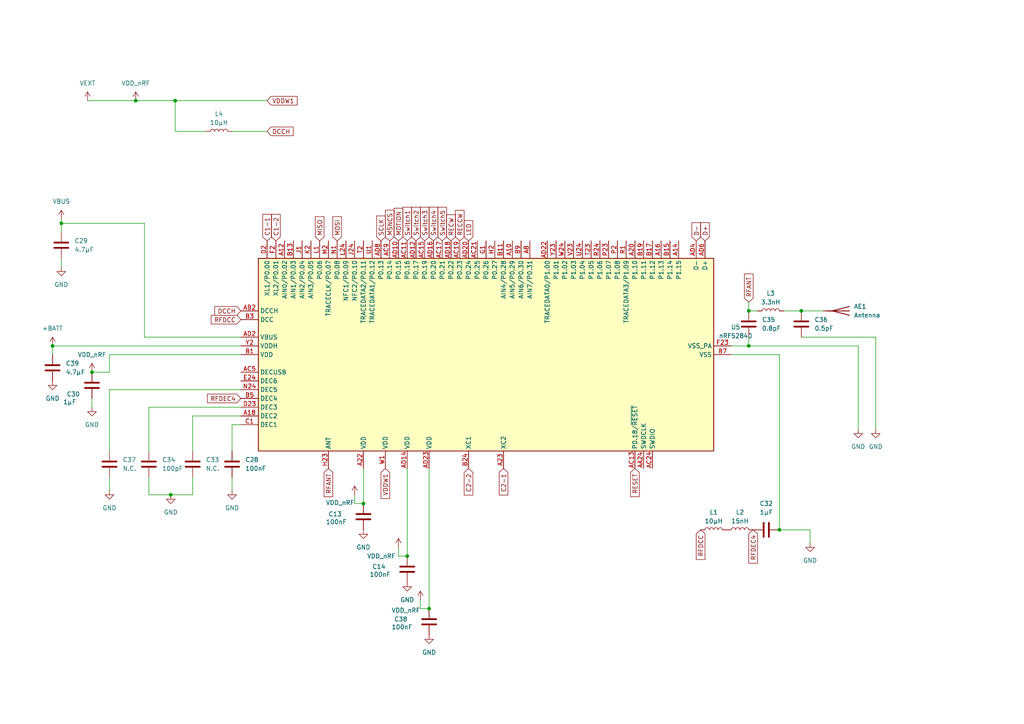
<source format=kicad_sch>
(kicad_sch (version 20250114) (generator "eeschema") (generator_version "9.0")
  (paper "A4")
  (lib_symbols
    (symbol "Custom:nRF52840"
      (property "Reference" "U5" (at 7.9854 -72.39 90))
      (property "Value" "nRF52840" (at 5.4454 -72.39 90))
      (symbol "nRF52840_0_1"
        (rectangle (start -27.94 66.04) (end 27.94 -66.04) (stroke (width 0.254)) (fill (type background)))
      )
      (symbol "nRF52840_1_1"
        (pin passive line (at -33.02 45.72 0) (length 5.08) (name "ANT") (number "H23"))
        (pin power_in line (at -33.02 35.56 0) (length 5.08) (name "VDD") (number "A22"))
        (pin power_in line (at -33.02 29.21 0) (length 5.08) (name "VDD") (number "W1"))
        (pin power_in line (at -33.02 22.86 0) (length 5.08) (name "VDD") (number "AD14"))
        (pin power_in line (at -33.02 16.51 0) (length 5.08) (name "VDD") (number "AD23"))
        (pin input line (at -33.02 5.08 0) (length 5.08) (name "XC1") (number "B24"))
        (pin input line (at -33.02 -5.08 0) (length 5.08) (name "XC2") (number "A23"))
        (pin bidirectional line (at -33.02 -43.18 0) (length 5.08) (name "P0.18/~{RESET}") (number "AC13"))
        (pin input line (at -33.02 -45.72 0) (length 5.08) (name "SWDCLK") (number "AA24"))
        (pin bidirectional line (at -33.02 -48.26 0) (length 5.08) (name "SWDIO") (number "AC24"))
        (pin passive line (at -20.32 71.12 270) (length 5.08) (name "DEC1") (number "C1"))
        (pin passive line (at -17.78 71.12 270) (length 5.08) (name "DEC2") (number "A18"))
        (pin passive line (at -15.24 71.12 270) (length 5.08) (name "DEC3") (number "D23"))
        (pin passive line (at -12.7 71.12 270) (length 5.08) (name "DEC4") (number "B5"))
        (pin passive line (at -10.16 71.12 270) (length 5.08) (name "DEC5") (number "N24"))
        (pin passive line (at -7.62 71.12 270) (length 5.08) (name "DEC6") (number "E24"))
        (pin passive line (at -5.08 71.12 270) (length 5.08) (name "DECUSB") (number "AC5"))
        (pin power_in line (at 0 71.12 270) (length 5.08) (name "VDD") (number "B1"))
        (pin power_in line (at 0 -71.12 90) (length 5.08) (name "VSS") (number "B7"))
        (pin passive line (at 0 -71.12 90) (length 5.08) (hide yes) (name "VSS") (number "EP"))
        (pin power_in line (at 2.54 71.12 270) (length 5.08) (name "VDDH") (number "Y2"))
        (pin power_in line (at 2.54 -71.12 90) (length 5.08) (name "VSS_PA") (number "F23"))
        (pin power_in line (at 5.08 71.12 270) (length 5.08) (name "VBUS") (number "AD2"))
        (pin power_out line (at 10.16 71.12 270) (length 5.08) (name "DCC") (number "B3"))
        (pin power_out line (at 12.7 71.12 270) (length 5.08) (name "DCCH") (number "AB2"))
        (pin bidirectional line (at 33.02 63.5 180) (length 5.08) (name "XL1/P0.00") (number "D2"))
        (pin bidirectional line (at 33.02 60.96 180) (length 5.08) (name "XL2/P0.01") (number "F2"))
        (pin bidirectional line (at 33.02 58.42 180) (length 5.08) (name "AIN0/P0.02") (number "A12"))
        (pin bidirectional line (at 33.02 55.88 180) (length 5.08) (name "AIN1/P0.03") (number "B13"))
        (pin bidirectional line (at 33.02 53.34 180) (length 5.08) (name "AIN2/P0.04") (number "J1"))
        (pin bidirectional line (at 33.02 50.8 180) (length 5.08) (name "AIN3/P0.05") (number "K2"))
        (pin bidirectional line (at 33.02 48.26 180) (length 5.08) (name "P0.06") (number "L1"))
        (pin bidirectional line (at 33.02 45.72 180) (length 5.08) (name "TRACECLK/P0.07") (number "M2"))
        (pin bidirectional line (at 33.02 43.18 180) (length 5.08) (name "P0.08") (number "N1"))
        (pin bidirectional line (at 33.02 40.64 180) (length 5.08) (name "NFC1/P0.09") (number "L24"))
        (pin bidirectional line (at 33.02 38.1 180) (length 5.08) (name "NFC2/P0.10") (number "J24"))
        (pin bidirectional line (at 33.02 35.56 180) (length 5.08) (name "TRACEDATA2/P0.11") (number "T2"))
        (pin bidirectional line (at 33.02 33.02 180) (length 5.08) (name "TRACEDATA1/P0.12") (number "U1"))
        (pin bidirectional line (at 33.02 30.48 180) (length 5.08) (name "P0.13") (number "AD8"))
        (pin bidirectional line (at 33.02 27.94 180) (length 5.08) (name "P0.14") (number "AC9"))
        (pin bidirectional line (at 33.02 25.4 180) (length 5.08) (name "P0.15") (number "AD10"))
        (pin bidirectional line (at 33.02 22.86 180) (length 5.08) (name "P0.16") (number "AC11"))
        (pin bidirectional line (at 33.02 20.32 180) (length 5.08) (name "P0.17") (number "AD12"))
        (pin bidirectional line (at 33.02 17.78 180) (length 5.08) (name "P0.19") (number "AC15"))
        (pin bidirectional line (at 33.02 15.24 180) (length 5.08) (name "P0.20") (number "AD16"))
        (pin bidirectional line (at 33.02 12.7 180) (length 5.08) (name "P0.21") (number "AC17"))
        (pin bidirectional line (at 33.02 10.16 180) (length 5.08) (name "P0.22") (number "AD18"))
        (pin bidirectional line (at 33.02 7.62 180) (length 5.08) (name "P0.23") (number "AC19"))
        (pin bidirectional line (at 33.02 5.08 180) (length 5.08) (name "P0.24") (number "AD20"))
        (pin bidirectional line (at 33.02 2.54 180) (length 5.08) (name "P0.25") (number "AC21"))
        (pin bidirectional line (at 33.02 0 180) (length 5.08) (name "P0.26") (number "G1"))
        (pin bidirectional line (at 33.02 -2.54 180) (length 5.08) (name "P0.27") (number "H2"))
        (pin bidirectional line (at 33.02 -5.08 180) (length 5.08) (name "AIN4/P0.28") (number "B11"))
        (pin bidirectional line (at 33.02 -7.62 180) (length 5.08) (name "AIN5/P0.29") (number "A10"))
        (pin bidirectional line (at 33.02 -10.16 180) (length 5.08) (name "AIN6/P0.30") (number "B9"))
        (pin bidirectional line (at 33.02 -12.7 180) (length 5.08) (name "AIN7/P0.31") (number "A8"))
        (pin bidirectional line (at 33.02 -17.78 180) (length 5.08) (name "TRACEDATA0/P1.00") (number "AD22"))
        (pin bidirectional line (at 33.02 -20.32 180) (length 5.08) (name "P1.01") (number "Y23"))
        (pin bidirectional line (at 33.02 -22.86 180) (length 5.08) (name "P1.02") (number "W24"))
        (pin bidirectional line (at 33.02 -25.4 180) (length 5.08) (name "P1.03") (number "V23"))
        (pin bidirectional line (at 33.02 -27.94 180) (length 5.08) (name "P1.04") (number "U24"))
        (pin bidirectional line (at 33.02 -30.48 180) (length 5.08) (name "P1.05") (number "T23"))
        (pin bidirectional line (at 33.02 -33.02 180) (length 5.08) (name "P1.06") (number "R24"))
        (pin bidirectional line (at 33.02 -35.56 180) (length 5.08) (name "P1.07") (number "P23"))
        (pin bidirectional line (at 33.02 -38.1 180) (length 5.08) (name "P1.08") (number "P2"))
        (pin bidirectional line (at 33.02 -40.64 180) (length 5.08) (name "TRACEDATA3/P1.09") (number "R1"))
        (pin bidirectional line (at 33.02 -43.18 180) (length 5.08) (name "P1.10") (number "A20"))
        (pin bidirectional line (at 33.02 -45.72 180) (length 5.08) (name "P1.11") (number "B19"))
        (pin bidirectional line (at 33.02 -48.26 180) (length 5.08) (name "P1.12") (number "B17"))
        (pin bidirectional line (at 33.02 -50.8 180) (length 5.08) (name "P1.13") (number "A16"))
        (pin bidirectional line (at 33.02 -53.34 180) (length 5.08) (name "P1.14") (number "B15"))
        (pin bidirectional line (at 33.02 -55.88 180) (length 5.08) (name "P1.15") (number "A14"))
        (pin bidirectional line (at 33.02 -60.96 180) (length 5.08) (name "D-") (number "AD4"))
        (pin bidirectional line (at 33.02 -63.5 180) (length 5.08) (name "D+") (number "AD6"))
      )
    )
    (symbol "Device:Antenna" (pin_numbers (hide yes)) (pin_names (offset 1.016) (hide yes))
      (property "Reference" "AE" (at -1.905 1.905 0))
      (property "Value" "Antenna" (at -1.905 0 0))
      (symbol "Antenna_0_1"
        (polyline (pts (xy 0 2.54) (xy 0 -3.81)) (stroke (width 0.254)))
        (polyline (pts (xy 1.27 2.54) (xy 0 -2.54) (xy -1.27 2.54)) (stroke (width 0.254)))
      )
      (symbol "Antenna_1_1"
        (pin input line (at 0 -5.08 90) (length 2.54) (name "A") (number "1"))
      )
    )
    (symbol "Device:C" (pin_numbers (hide yes)) (pin_names (offset 0.254))
      (property "Reference" "C" (at 0.635 2.54 0))
      (property "Value" "C" (at 0.635 -2.54 0))
      (symbol "C_0_1"
        (polyline (pts (xy -2.032 0.762) (xy 2.032 0.762)) (stroke (width 0.508)))
        (polyline (pts (xy -2.032 -0.762) (xy 2.032 -0.762)) (stroke (width 0.508)))
      )
      (symbol "C_1_1"
        (pin passive line (at 0 3.81 270) (length 2.794) (name "~") (number "1"))
        (pin passive line (at 0 -3.81 90) (length 2.794) (name "~") (number "2"))
      )
    )
    (symbol "Device:L" (pin_numbers (hide yes)) (pin_names (offset 1.016) (hide yes))
      (property "Reference" "L" (at -1.27 0 90))
      (property "Value" "L" (at 1.905 0 90))
      (symbol "L_0_1"
        (arc (start 0 2.54) (mid 0.6323 1.905) (end 0 1.27))
        (arc (start 0 1.27) (mid 0.6323 0.635) (end 0 0))
        (arc (start 0 0) (mid 0.6323 -0.635) (end 0 -1.27))
        (arc (start 0 -1.27) (mid 0.6323 -1.905) (end 0 -2.54))
      )
      (symbol "L_1_1"
        (pin passive line (at 0 3.81 270) (length 1.27) (name "1") (number "1"))
        (pin passive line (at 0 -3.81 90) (length 1.27) (name "2") (number "2"))
      )
    )
    (symbol "power:+3.3V" (power) (pin_numbers (hide yes)) (pin_names (offset 0) (hide yes))
      (property "Value" "+3.3V" (at 0 3.556 0))
      (symbol "+3.3V_0_1"
        (polyline (pts (xy -0.762 1.27) (xy 0 2.54)))
        (polyline (pts (xy 0 2.54) (xy 0.762 1.27)))
        (polyline (pts (xy 0 0) (xy 0 2.54)))
      )
      (symbol "+3.3V_1_1"
        (pin power_in line (at 0 0 90) (length 0) (name "~") (number "1"))
      )
    )
    (symbol "power:+BATT" (power) (pin_numbers (hide yes)) (pin_names (offset 0) (hide yes))
      (property "Value" "+BATT" (at 0 3.556 0))
      (symbol "+BATT_0_1"
        (polyline (pts (xy -0.762 1.27) (xy 0 2.54)))
        (polyline (pts (xy 0 2.54) (xy 0.762 1.27)))
        (polyline (pts (xy 0 0) (xy 0 2.54)))
      )
      (symbol "+BATT_1_1"
        (pin power_in line (at 0 0 90) (length 0) (name "~") (number "1"))
      )
    )
    (symbol "power:GND" (power) (pin_numbers (hide yes)) (pin_names (offset 0) (hide yes))
      (property "Value" "GND" (at 0 -3.81 0))
      (symbol "GND_0_1"
        (polyline (pts (xy 0 0) (xy 0 -1.27) (xy 1.27 -1.27) (xy 0 -2.54) (xy -1.27 -1.27) (xy 0 -1.27)))
      )
      (symbol "GND_1_1"
        (pin power_in line (at 0 0 270) (length 0) (name "~") (number "1"))
      )
    )
    (symbol "power:VBUS" (power) (pin_numbers (hide yes)) (pin_names (offset 0) (hide yes))
      (property "Value" "VBUS" (at 0 3.556 0))
      (symbol "VBUS_0_1"
        (polyline (pts (xy -0.762 1.27) (xy 0 2.54)))
        (polyline (pts (xy 0 2.54) (xy 0.762 1.27)))
        (polyline (pts (xy 0 0) (xy 0 2.54)))
      )
      (symbol "VBUS_1_1"
        (pin power_in line (at 0 0 90) (length 0) (name "~") (number "1"))
      )
    )
  )
  (junction (at 17.78 64.77))
  (junction (at 217.17 90.17))
  (junction (at 105.41 146.05))
  (junction (at 232.41 90.17))
  (junction (at 39.37 29.21))
  (junction (at 217.17 100.33))
  (junction (at 124.46 176.53))
  (junction (at 15.24 100.33))
  (junction (at 226.06 153.67))
  (junction (at 118.11 161.29))
  (junction (at 50.8 29.21))
  (junction (at 49.53 143.51))
  (junction (at 26.67 107.95))
  (wire (pts (xy 217.17 100.33) (xy 248.92 100.33)))
  (wire (pts (xy 50.8 29.21) (xy 77.47 29.21)))
  (wire (pts (xy 226.06 102.87) (xy 226.06 153.67)))
  (wire (pts (xy 41.91 64.77) (xy 17.78 64.77)))
  (wire (pts (xy 69.85 102.87) (xy 31.75 102.87)))
  (wire (pts (xy 212.09 102.87) (xy 226.06 102.87)))
  (wire (pts (xy 217.17 87.63) (xy 217.17 90.17)))
  (wire (pts (xy 55.88 120.65) (xy 69.85 120.65)))
  (wire (pts (xy 43.18 143.51) (xy 49.53 143.51)))
  (wire (pts (xy 31.75 138.43) (xy 31.75 142.24)))
  (wire (pts (xy 118.11 135.89) (xy 118.11 161.29)))
  (wire (pts (xy 43.18 138.43) (xy 43.18 143.51)))
  (wire (pts (xy 102.87 143.51) (xy 102.87 146.05)))
  (wire (pts (xy 26.67 115.57) (xy 26.67 118.11)))
  (wire (pts (xy 17.78 74.93) (xy 17.78 77.47)))
  (wire (pts (xy 49.53 143.51) (xy 55.88 143.51)))
  (wire (pts (xy 227.33 90.17) (xy 232.41 90.17)))
  (wire (pts (xy 41.91 97.79) (xy 41.91 64.77)))
  (wire (pts (xy 31.75 113.03) (xy 31.75 130.81)))
  (wire (pts (xy 102.87 146.05) (xy 105.41 146.05)))
  (wire (pts (xy 55.88 120.65) (xy 55.88 130.81)))
  (wire (pts (xy 69.85 100.33) (xy 15.24 100.33)))
  (wire (pts (xy 115.57 161.29) (xy 118.11 161.29)))
  (wire (pts (xy 217.17 100.33) (xy 217.17 97.79)))
  (wire (pts (xy 39.37 29.21) (xy 50.8 29.21)))
  (wire (pts (xy 17.78 64.77) (xy 17.78 63.5)))
  (wire (pts (xy 217.17 90.17) (xy 219.71 90.17)))
  (wire (pts (xy 55.88 138.43) (xy 55.88 143.51)))
  (wire (pts (xy 232.41 90.17) (xy 238.76 90.17)))
  (wire (pts (xy 43.18 118.11) (xy 69.85 118.11)))
  (wire (pts (xy 254 97.79) (xy 254 124.46)))
  (wire (pts (xy 115.57 158.75) (xy 115.57 161.29)))
  (wire (pts (xy 67.31 138.43) (xy 67.31 142.24)))
  (wire (pts (xy 67.31 123.19) (xy 67.31 130.81)))
  (wire (pts (xy 124.46 135.89) (xy 124.46 176.53)))
  (wire (pts (xy 25.4 29.21) (xy 39.37 29.21)))
  (wire (pts (xy 59.69 38.1) (xy 50.8 38.1)))
  (wire (pts (xy 212.09 100.33) (xy 217.17 100.33)))
  (wire (pts (xy 31.75 107.95) (xy 26.67 107.95)))
  (wire (pts (xy 121.92 173.99) (xy 121.92 176.53)))
  (wire (pts (xy 43.18 118.11) (xy 43.18 130.81)))
  (wire (pts (xy 69.85 123.19) (xy 67.31 123.19)))
  (wire (pts (xy 105.41 135.89) (xy 105.41 146.05)))
  (wire (pts (xy 17.78 64.77) (xy 17.78 67.31)))
  (wire (pts (xy 31.75 102.87) (xy 31.75 107.95)))
  (wire (pts (xy 232.41 97.79) (xy 254 97.79)))
  (wire (pts (xy 50.8 38.1) (xy 50.8 29.21)))
  (wire (pts (xy 234.95 157.48) (xy 234.95 153.67)))
  (wire (pts (xy 15.24 100.33) (xy 15.24 102.87)))
  (wire (pts (xy 234.95 153.67) (xy 226.06 153.67)))
  (wire (pts (xy 121.92 176.53) (xy 124.46 176.53)))
  (wire (pts (xy 67.31 38.1) (xy 77.47 38.1)))
  (wire (pts (xy 69.85 113.03) (xy 31.75 113.03)))
  (wire (pts (xy 248.92 100.33) (xy 248.92 124.46)))
  (wire (pts (xy 69.85 97.79) (xy 41.91 97.79)))
  (global_label "Switch4" (shape input) (at 125.73 69.85 90) (property "Intersheetrefs" "${INTERSHEET_REFS}" (effects (hide yes))))
  (global_label "DCCH" (shape input) (at 77.47 38.1 0) (property "Intersheetrefs" "${INTERSHEET_REFS}" (effects (hide yes))))
  (global_label "RFDEC4" (shape input) (at 69.85 115.57 180) (property "Intersheetrefs" "${INTERSHEET_REFS}" (effects (hide yes))))
  (global_label "C1-2" (shape input) (at 80.01 69.85 90) (property "Intersheetrefs" "${INTERSHEET_REFS}" (effects (hide yes))))
  (global_label "MISO" (shape input) (at 92.71 69.85 90) (property "Intersheetrefs" "${INTERSHEET_REFS}" (effects (hide yes))))
  (global_label "DCCH" (shape input) (at 69.85 90.17 180) (property "Intersheetrefs" "${INTERSHEET_REFS}" (effects (hide yes))))
  (global_label "VDDW1" (shape input) (at 111.76 135.89 270) (property "Intersheetrefs" "${INTERSHEET_REFS}" (effects (hide yes))))
  (global_label "MOSI" (shape input) (at 97.79 69.85 90) (property "Intersheetrefs" "${INTERSHEET_REFS}" (effects (hide yes))))
  (global_label "LED" (shape input) (at 135.89 69.85 90) (property "Intersheetrefs" "${INTERSHEET_REFS}" (effects (hide yes))))
  (global_label "D-" (shape input) (at 201.93 69.85 90) (property "Intersheetrefs" "${INTERSHEET_REFS}" (effects (hide yes))))
  (global_label "RFANT" (shape input) (at 95.25 135.89 270) (property "Intersheetrefs" "${INTERSHEET_REFS}" (effects (hide yes))))
  (global_label "Switch1" (shape input) (at 118.11 69.85 90) (property "Intersheetrefs" "${INTERSHEET_REFS}" (effects (hide yes))))
  (global_label "RFDCC" (shape input) (at 69.85 92.71 180) (property "Intersheetrefs" "${INTERSHEET_REFS}" (effects (hide yes))))
  (global_label "RFDCC" (shape input) (at 203.2 153.67 270) (property "Intersheetrefs" "${INTERSHEET_REFS}" (effects (hide yes))))
  (global_label "RFANT" (shape input) (at 217.17 87.63 90) (property "Intersheetrefs" "${INTERSHEET_REFS}" (effects (hide yes))))
  (global_label "RECW" (shape input) (at 130.81 69.85 90) (property "Intersheetrefs" "${INTERSHEET_REFS}" (effects (hide yes))))
  (global_label "C2-1" (shape input) (at 146.05 135.89 270) (property "Intersheetrefs" "${INTERSHEET_REFS}" (effects (hide yes))))
  (global_label "Switch3" (shape input) (at 123.19 69.85 90) (property "Intersheetrefs" "${INTERSHEET_REFS}" (effects (hide yes))))
  (global_label "RFDEC4" (shape input) (at 218.44 153.67 270) (property "Intersheetrefs" "${INTERSHEET_REFS}" (effects (hide yes))))
  (global_label "VDDW1" (shape input) (at 77.47 29.21 0) (property "Intersheetrefs" "${INTERSHEET_REFS}" (effects (hide yes))))
  (global_label "C1-1" (shape input) (at 77.47 69.85 90) (property "Intersheetrefs" "${INTERSHEET_REFS}" (effects (hide yes))))
  (global_label "SCLK" (shape input) (at 110.49 69.85 90) (property "Intersheetrefs" "${INTERSHEET_REFS}" (effects (hide yes))))
  (global_label "RECCW" (shape input) (at 133.35 69.85 90) (property "Intersheetrefs" "${INTERSHEET_REFS}" (effects (hide yes))))
  (global_label "D+" (shape input) (at 204.47 69.85 90) (property "Intersheetrefs" "${INTERSHEET_REFS}" (effects (hide yes))))
  (global_label "MOTION" (shape input) (at 115.57 69.85 90) (property "Intersheetrefs" "${INTERSHEET_REFS}" (effects (hide yes))))
  (global_label "Switch2" (shape input) (at 120.65 69.85 90) (property "Intersheetrefs" "${INTERSHEET_REFS}" (effects (hide yes))))
  (global_label "MSNCS" (shape input) (at 113.03 69.85 90) (property "Intersheetrefs" "${INTERSHEET_REFS}" (effects (hide yes))))
  (global_label "RESET" (shape input) (at 184.15 135.89 270) (property "Intersheetrefs" "${INTERSHEET_REFS}" (effects (hide yes))))
  (global_label "C2-2" (shape input) (at 135.89 135.89 270) (property "Intersheetrefs" "${INTERSHEET_REFS}" (effects (hide yes))))
  (global_label "Switch5" (shape input) (at 128.27 69.85 90) (property "Intersheetrefs" "${INTERSHEET_REFS}" (effects (hide yes))))
  (symbol (lib_id "power:GND") (at 254 124.46 0) (unit 1)
    (property "Reference" "#PWR077" (effects (hide yes)))
    (property "Value" "GND" (at 254 129.54 0))
    (property "Description" "Power symbol creates a global label with name \"GND\" , ground" (effects (hide yes)))
  )
  (symbol (lib_id "Device:L") (at 207.01 153.67 90) (unit 1)
    (property "Reference" "L1" (at 207.01 148.59 90))
    (property "Value" "10μH" (at 207.01 151.13 90))
    (property "Footprint" "Inductor_SMD:L_0805_2012Metric_Pad1.05x1.20mm_HandSolder" (effects (hide yes)))
    (property "Description" "Inductor" (effects (hide yes)))
  )
  (symbol (lib_id "power:GND") (at 15.24 110.49 0) (unit 1)
    (property "Reference" "#PWR079" (effects (hide yes)))
    (property "Value" "GND" (at 15.24 115.57 0))
    (property "Description" "Power symbol creates a global label with name \"GND\" , ground" (effects (hide yes)))
  )
  (symbol (lib_id "power:GND") (at 31.75 142.24 0) (unit 1)
    (property "Reference" "#PWR078" (effects (hide yes)))
    (property "Value" "GND" (at 31.75 147.32 0))
    (property "Description" "Power symbol creates a global label with name \"GND\" , ground" (effects (hide yes)))
  )
  (symbol (lib_id "Device:C") (at 26.67 111.76 0) (unit 1)
    (property "Reference" "C30" (at 19.304 114.3 0) (effects (justify left)))
    (property "Value" "1μF" (at 18.288 116.586 0) (effects (justify left)))
    (property "Footprint" "Capacitor_SMD:C_0805_2012Metric_Pad1.18x1.45mm_HandSolder" (effects (hide yes)))
    (property "Description" "Unpolarized capacitor" (effects (hide yes)))
  )
  (symbol (lib_id "Device:C") (at 15.24 106.68 0) (unit 1)
    (property "Reference" "C39" (at 19.05 105.4099 0) (effects (justify left)))
    (property "Value" "4.7μF" (at 19.05 107.9499 0) (effects (justify left)))
    (property "Footprint" "Capacitor_SMD:C_0805_2012Metric_Pad1.18x1.45mm_HandSolder" (effects (hide yes)))
    (property "Description" "Unpolarized capacitor" (effects (hide yes)))
  )
  (symbol (lib_id "power:GND") (at 248.92 124.46 0) (unit 1)
    (property "Reference" "#PWR076" (effects (hide yes)))
    (property "Value" "GND" (at 248.92 129.54 0))
    (property "Description" "Power symbol creates a global label with name \"GND\" , ground" (effects (hide yes)))
  )
  (symbol (lib_id "Custom:nRF52840") (at 140.97 102.87 90) (unit 1)
    (property "Reference" "U5" (at 213.36 94.8846 90))
    (property "Value" "nRF52840" (at 213.36 97.4246 90))
    (property "Footprint" "Package_DFN_QFN:Nordic_AQFN-73-1EP_7x7mm_P0.5mm" (effects (hide yes)))
    (property "Datasheet" "http://infocenter.nordicsemi.com/topic/com.nordic.infocenter.nrf52/dita/nrf52/chips/nrf52840.html" (effects (hide yes)))
    (property "Description" "Multiprotocol BLE/ANT/2.4 GHz/802.15.4 Cortex-M4F SoC, AQFN-73" (effects (hide yes)))
  )
  (symbol (lib_id "power:GND") (at 118.11 168.91 0) (unit 1)
    (property "Reference" "#PWR032" (effects (hide yes)))
    (property "Value" "GND" (at 118.11 173.99 0))
    (property "Description" "Power symbol creates a global label with name \"GND\" , ground" (effects (hide yes)))
  )
  (symbol (lib_id "power:VBUS") (at 25.4 29.21 0) (unit 1)
    (property "Reference" "#PWR075" (effects (hide yes)))
    (property "Value" "VEXT" (at 25.4 24.13 0))
    (property "Description" "Power symbol creates a global label with name \"VBUS\"" (effects (hide yes)))
  )
  (symbol (lib_id "Device:C") (at 105.41 149.86 0) (unit 1)
    (property "Reference" "C13" (at 95.25 149.098 0) (effects (justify left)))
    (property "Value" "100nF" (at 94.488 151.384 0) (effects (justify left)))
    (property "Footprint" "Capacitor_SMD:C_0805_2012Metric_Pad1.18x1.45mm_HandSolder" (effects (hide yes)))
    (property "Description" "Unpolarized capacitor" (effects (hide yes)))
  )
  (symbol (lib_id "Device:C") (at 55.88 134.62 0) (unit 1)
    (property "Reference" "C33" (at 59.69 133.3499 0) (effects (justify left)))
    (property "Value" "N.C." (at 59.69 135.8899 0) (effects (justify left)))
    (property "Footprint" "Capacitor_SMD:C_0805_2012Metric_Pad1.18x1.45mm_HandSolder" (effects (hide yes)))
    (property "Description" "Unpolarized capacitor" (effects (hide yes)))
  )
  (symbol (lib_id "Device:C") (at 124.46 180.34 0) (unit 1)
    (property "Reference" "C38" (at 114.3 179.578 0) (effects (justify left)))
    (property "Value" "100nF" (at 113.538 181.864 0) (effects (justify left)))
    (property "Footprint" "Capacitor_SMD:C_0805_2012Metric_Pad1.18x1.45mm_HandSolder" (effects (hide yes)))
    (property "Description" "Unpolarized capacitor" (effects (hide yes)))
  )
  (symbol (lib_id "power:+3.3V") (at 26.67 107.95 0) (unit 1)
    (property "Reference" "#PWR069" (effects (hide yes)))
    (property "Value" "VDD_nRF" (at 26.67 102.87 0))
    (property "Description" "Power symbol creates a global label with name \"+3.3V\"" (effects (hide yes)))
  )
  (symbol (lib_id "power:+3.3V") (at 115.57 158.75 0) (unit 1)
    (property "Reference" "#PWR031" (effects (hide yes)))
    (property "Value" "VDD_nRF" (at 106.426 161.29 0) (effects (justify left)))
    (property "Description" "Power symbol creates a global label with name \"+3.3V\"" (effects (hide yes)))
  )
  (symbol (lib_id "Device:C") (at 232.41 93.98 0) (unit 1)
    (property "Reference" "C36" (at 236.22 92.7099 0) (effects (justify left)))
    (property "Value" "0.5pF" (at 236.22 95.2499 0) (effects (justify left)))
    (property "Footprint" "Capacitor_SMD:C_0805_2012Metric_Pad1.18x1.45mm_HandSolder" (effects (hide yes)))
    (property "Description" "Unpolarized capacitor" (effects (hide yes)))
  )
  (symbol (lib_id "power:VBUS") (at 17.78 63.5 0) (unit 1)
    (property "Reference" "#PWR063" (effects (hide yes)))
    (property "Value" "VBUS" (at 17.78 58.42 0))
    (property "Description" "Power symbol creates a global label with name \"VBUS\"" (effects (hide yes)))
  )
  (symbol (lib_id "power:+3.3V") (at 39.37 29.21 0) (unit 1)
    (property "Reference" "#PWR080" (effects (hide yes)))
    (property "Value" "VDD_nRF" (at 39.37 24.13 0))
    (property "Description" "Power symbol creates a global label with name \"+3.3V\"" (effects (hide yes)))
  )
  (symbol (lib_id "Device:C") (at 43.18 134.62 0) (unit 1)
    (property "Reference" "C34" (at 46.99 133.3499 0) (effects (justify left)))
    (property "Value" "100pF" (at 46.99 135.8899 0) (effects (justify left)))
    (property "Footprint" "Capacitor_SMD:C_0805_2012Metric_Pad1.18x1.45mm_HandSolder" (effects (hide yes)))
    (property "Description" "Unpolarized capacitor" (effects (hide yes)))
  )
  (symbol (lib_id "Device:C") (at 17.78 71.12 0) (unit 1)
    (property "Reference" "C29" (at 21.59 69.8499 0) (effects (justify left)))
    (property "Value" "4.7μF" (at 21.59 72.3899 0) (effects (justify left)))
    (property "Footprint" "Capacitor_SMD:C_0805_2012Metric_Pad1.18x1.45mm_HandSolder" (effects (hide yes)))
    (property "Description" "Unpolarized capacitor" (effects (hide yes)))
  )
  (symbol (lib_id "power:+3.3V") (at 102.87 143.51 0) (unit 1)
    (property "Reference" "#PWR028" (effects (hide yes)))
    (property "Value" "VDD_nRF" (at 94.488 145.796 0) (effects (justify left)))
    (property "Description" "Power symbol creates a global label with name \"+3.3V\"" (effects (hide yes)))
  )
  (symbol (lib_id "Device:L") (at 63.5 38.1 90) (unit 1)
    (property "Reference" "L4" (at 63.5 33.02 90))
    (property "Value" "10μH" (at 63.5 35.56 90))
    (property "Footprint" "Inductor_SMD:L_0805_2012Metric_Pad1.05x1.20mm_HandSolder" (effects (hide yes)))
    (property "Description" "Inductor" (effects (hide yes)))
  )
  (symbol (lib_id "Device:L") (at 223.52 90.17 90) (unit 1)
    (property "Reference" "L3" (at 223.52 85.09 90))
    (property "Value" "3.3nH" (at 223.52 87.63 90))
    (property "Footprint" "Inductor_SMD:L_0805_2012Metric_Pad1.05x1.20mm_HandSolder" (effects (hide yes)))
    (property "Description" "Inductor" (effects (hide yes)))
  )
  (symbol (lib_id "power:+3.3V") (at 121.92 173.99 0) (unit 1)
    (property "Reference" "#PWR033" (effects (hide yes)))
    (property "Value" "VDD_nRF" (at 113.538 177.038 0) (effects (justify left)))
    (property "Description" "Power symbol creates a global label with name \"+3.3V\"" (effects (hide yes)))
  )
  (symbol (lib_id "power:GND") (at 67.31 142.24 0) (unit 1)
    (property "Reference" "#PWR062" (effects (hide yes)))
    (property "Value" "GND" (at 67.31 147.32 0))
    (property "Description" "Power symbol creates a global label with name \"GND\" , ground" (effects (hide yes)))
  )
  (symbol (lib_id "power:GND") (at 124.46 184.15 0) (unit 1)
    (property "Reference" "#PWR034" (effects (hide yes)))
    (property "Value" "GND" (at 124.46 189.23 0))
    (property "Description" "Power symbol creates a global label with name \"GND\" , ground" (effects (hide yes)))
  )
  (symbol (lib_id "Device:Antenna") (at 243.84 90.17 270) (unit 1)
    (property "Reference" "AE1" (at 247.65 88.8999 90) (effects (justify left)))
    (property "Value" "Antenna" (at 247.65 91.4399 90) (effects (justify left)))
    (property "Footprint" "RF_Antenna:Texas_SWRA117D_2.4GHz_Left" (effects (hide yes)))
    (property "Description" "Antenna" (effects (hide yes)))
  )
  (symbol (lib_id "power:+BATT") (at 15.24 100.33 0) (unit 1)
    (property "Reference" "#PWR081" (effects (hide yes)))
    (property "Value" "+BATT" (at 15.24 95.25 0))
    (property "Description" "Power symbol creates a global label with name \"+BATT\"" (effects (hide yes)))
  )
  (symbol (lib_id "Device:C") (at 222.25 153.67 90) (unit 1)
    (property "Reference" "C32" (at 222.25 146.05 90))
    (property "Value" "1μF" (at 222.25 148.59 90))
    (property "Footprint" "Capacitor_SMD:C_0805_2012Metric_Pad1.18x1.45mm_HandSolder" (effects (hide yes)))
    (property "Description" "Unpolarized capacitor" (effects (hide yes)))
  )
  (symbol (lib_id "Device:C") (at 217.17 93.98 0) (unit 1)
    (property "Reference" "C35" (at 220.98 92.7099 0) (effects (justify left)))
    (property "Value" "0.8pF" (at 220.98 95.2499 0) (effects (justify left)))
    (property "Footprint" "Capacitor_SMD:C_0805_2012Metric_Pad1.18x1.45mm_HandSolder" (effects (hide yes)))
    (property "Description" "Unpolarized capacitor" (effects (hide yes)))
  )
  (symbol (lib_id "Device:C") (at 31.75 134.62 0) (unit 1)
    (property "Reference" "C37" (at 35.56 133.3499 0) (effects (justify left)))
    (property "Value" "N.C." (at 35.56 135.8899 0) (effects (justify left)))
    (property "Footprint" "Capacitor_SMD:C_0805_2012Metric_Pad1.18x1.45mm_HandSolder" (effects (hide yes)))
    (property "Description" "Unpolarized capacitor" (effects (hide yes)))
  )
  (symbol (lib_id "Device:L") (at 214.63 153.67 90) (unit 1)
    (property "Reference" "L2" (at 214.63 148.59 90))
    (property "Value" "15nH" (at 214.63 151.13 90))
    (property "Footprint" "Inductor_SMD:L_0805_2012Metric_Pad1.05x1.20mm_HandSolder" (effects (hide yes)))
    (property "Description" "Inductor" (effects (hide yes)))
  )
  (symbol (lib_id "power:GND") (at 234.95 157.48 0) (unit 1)
    (property "Reference" "#PWR071" (effects (hide yes)))
    (property "Value" "GND" (at 234.95 162.56 0))
    (property "Description" "Power symbol creates a global label with name \"GND\" , ground" (effects (hide yes)))
  )
  (symbol (lib_id "power:GND") (at 49.53 143.51 0) (unit 1)
    (property "Reference" "#PWR074" (effects (hide yes)))
    (property "Value" "GND" (at 49.53 148.59 0))
    (property "Description" "Power symbol creates a global label with name \"GND\" , ground" (effects (hide yes)))
  )
  (symbol (lib_id "Device:C") (at 118.11 165.1 0) (unit 1)
    (property "Reference" "C14" (at 107.95 164.338 0) (effects (justify left)))
    (property "Value" "100nF" (at 107.188 166.624 0) (effects (justify left)))
    (property "Footprint" "Capacitor_SMD:C_0805_2012Metric_Pad1.18x1.45mm_HandSolder" (effects (hide yes)))
    (property "Description" "Unpolarized capacitor" (effects (hide yes)))
  )
  (symbol (lib_id "power:GND") (at 105.41 153.67 0) (unit 1)
    (property "Reference" "#PWR030" (effects (hide yes)))
    (property "Value" "GND" (at 105.41 158.75 0))
    (property "Description" "Power symbol creates a global label with name \"GND\" , ground" (effects (hide yes)))
  )
  (symbol (lib_id "power:GND") (at 17.78 77.47 0) (unit 1)
    (property "Reference" "#PWR064" (effects (hide yes)))
    (property "Value" "GND" (at 17.78 82.55 0))
    (property "Description" "Power symbol creates a global label with name \"GND\" , ground" (effects (hide yes)))
  )
  (symbol (lib_id "power:GND") (at 26.67 118.11 0) (unit 1)
    (property "Reference" "#PWR070" (effects (hide yes)))
    (property "Value" "GND" (at 26.67 123.19 0))
    (property "Description" "Power symbol creates a global label with name \"GND\" , ground" (effects (hide yes)))
  )
  (symbol (lib_id "Device:C") (at 67.31 134.62 0) (unit 1)
    (property "Reference" "C28" (at 71.12 133.3499 0) (effects (justify left)))
    (property "Value" "100nF" (at 71.12 135.8899 0) (effects (justify left)))
    (property "Footprint" "Capacitor_SMD:C_0805_2012Metric_Pad1.18x1.45mm_HandSolder" (effects (hide yes)))
    (property "Description" "Unpolarized capacitor" (effects (hide yes)))
  )
)
</source>
